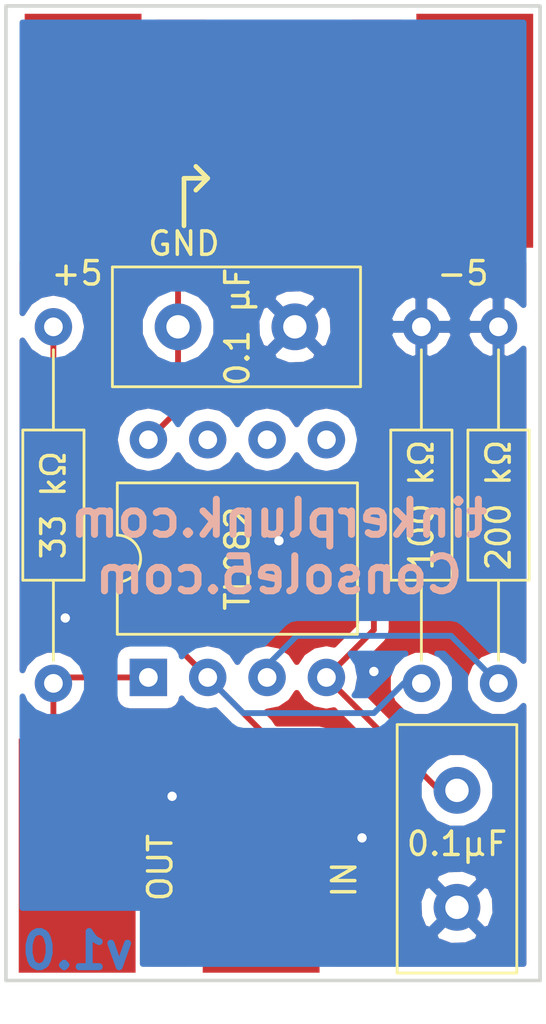
<source format=kicad_pcb>
(kicad_pcb (version 4) (host pcbnew 4.0.7)

  (general
    (links 14)
    (no_connects 0)
    (area 143.51 86.614 166.878001 130.615)
    (thickness 1.6)
    (drawings 10)
    (tracks 31)
    (zones 0)
    (modules 11)
    (nets 7)
  )

  (page A4)
  (layers
    (0 F.Cu signal)
    (31 B.Cu signal)
    (32 B.Adhes user)
    (33 F.Adhes user)
    (34 B.Paste user)
    (35 F.Paste user)
    (36 B.SilkS user)
    (37 F.SilkS user)
    (38 B.Mask user)
    (39 F.Mask user)
    (40 Dwgs.User user)
    (41 Cmts.User user)
    (42 Eco1.User user)
    (43 Eco2.User user)
    (44 Edge.Cuts user)
    (45 Margin user)
    (46 B.CrtYd user)
    (47 F.CrtYd user)
    (48 B.Fab user)
    (49 F.Fab user)
  )

  (setup
    (last_trace_width 0.25)
    (trace_clearance 0.2)
    (zone_clearance 0.508)
    (zone_45_only no)
    (trace_min 0.2)
    (segment_width 0.2)
    (edge_width 0.15)
    (via_size 0.6)
    (via_drill 0.4)
    (via_min_size 0.4)
    (via_min_drill 0.3)
    (uvia_size 0.3)
    (uvia_drill 0.1)
    (uvias_allowed no)
    (uvia_min_size 0.2)
    (uvia_min_drill 0.1)
    (pcb_text_width 0.3)
    (pcb_text_size 1.5 1.5)
    (mod_edge_width 0.15)
    (mod_text_size 1 1)
    (mod_text_width 0.15)
    (pad_size 1.524 1.524)
    (pad_drill 0.762)
    (pad_to_mask_clearance 0.2)
    (aux_axis_origin 0 0)
    (visible_elements 7FFFFFFF)
    (pcbplotparams
      (layerselection 0x010f0_80000001)
      (usegerberextensions true)
      (excludeedgelayer true)
      (linewidth 0.100000)
      (plotframeref false)
      (viasonmask false)
      (mode 1)
      (useauxorigin false)
      (hpglpennumber 1)
      (hpglpenspeed 20)
      (hpglpendiameter 15)
      (hpglpenoverlay 2)
      (psnegative false)
      (psa4output false)
      (plotreference true)
      (plotvalue true)
      (plotinvisibletext false)
      (padsonsilk false)
      (subtractmaskfromsilk false)
      (outputformat 1)
      (mirror false)
      (drillshape 0)
      (scaleselection 1)
      (outputdirectory gerbers/1.0/))
  )

  (net 0 "")
  (net 1 +5V)
  (net 2 GND)
  (net 3 -5V)
  (net 4 INPUT)
  (net 5 OUTPUT)
  (net 6 "Net-(R2-Pad1)")

  (net_class Default "This is the default net class."
    (clearance 0.2)
    (trace_width 0.25)
    (via_dia 0.6)
    (via_drill 0.4)
    (uvia_dia 0.3)
    (uvia_drill 0.1)
    (add_net +5V)
    (add_net -5V)
    (add_net GND)
    (add_net INPUT)
    (add_net "Net-(R2-Pad1)")
    (add_net OUTPUT)
  )

  (module Housings_DIP:DIP-8_W10.16mm (layer F.Cu) (tedit 5B143AA1) (tstamp 5B13113C)
    (at 149.86 115.57 90)
    (descr "8-lead though-hole mounted DIP package, row spacing 10.16 mm (400 mils)")
    (tags "THT DIP DIL PDIP 2.54mm 10.16mm 400mil")
    (path /5B11F56B)
    (fp_text reference TL082 (at 5.08 3.81 90) (layer F.SilkS)
      (effects (font (size 1 1) (thickness 0.15)))
    )
    (fp_text value TL082 (at 5.08 9.95 90) (layer F.Fab)
      (effects (font (size 1 1) (thickness 0.15)))
    )
    (fp_arc (start 5.08 -1.33) (end 4.08 -1.33) (angle -180) (layer F.SilkS) (width 0.12))
    (fp_line (start 2.905 -1.27) (end 8.255 -1.27) (layer F.Fab) (width 0.1))
    (fp_line (start 8.255 -1.27) (end 8.255 8.89) (layer F.Fab) (width 0.1))
    (fp_line (start 8.255 8.89) (end 1.905 8.89) (layer F.Fab) (width 0.1))
    (fp_line (start 1.905 8.89) (end 1.905 -0.27) (layer F.Fab) (width 0.1))
    (fp_line (start 1.905 -0.27) (end 2.905 -1.27) (layer F.Fab) (width 0.1))
    (fp_line (start 4.08 -1.33) (end 1.845 -1.33) (layer F.SilkS) (width 0.12))
    (fp_line (start 1.845 -1.33) (end 1.845 8.95) (layer F.SilkS) (width 0.12))
    (fp_line (start 1.845 8.95) (end 8.315 8.95) (layer F.SilkS) (width 0.12))
    (fp_line (start 8.315 8.95) (end 8.315 -1.33) (layer F.SilkS) (width 0.12))
    (fp_line (start 8.315 -1.33) (end 6.08 -1.33) (layer F.SilkS) (width 0.12))
    (fp_line (start -1.05 -1.55) (end -1.05 9.15) (layer F.CrtYd) (width 0.05))
    (fp_line (start -1.05 9.15) (end 11.25 9.15) (layer F.CrtYd) (width 0.05))
    (fp_line (start 11.25 9.15) (end 11.25 -1.55) (layer F.CrtYd) (width 0.05))
    (fp_line (start 11.25 -1.55) (end -1.05 -1.55) (layer F.CrtYd) (width 0.05))
    (fp_text user %R (at 5.08 3.81 90) (layer F.Fab)
      (effects (font (size 1 1) (thickness 0.15)))
    )
    (pad 1 thru_hole rect (at 0 0 90) (size 1.6 1.6) (drill 0.8) (layers *.Cu *.Mask)
      (net 5 OUTPUT))
    (pad 5 thru_hole oval (at 10.16 7.62 90) (size 1.6 1.6) (drill 0.8) (layers *.Cu *.Mask))
    (pad 2 thru_hole oval (at 0 2.54 90) (size 1.6 1.6) (drill 0.8) (layers *.Cu *.Mask)
      (net 4 INPUT))
    (pad 6 thru_hole oval (at 10.16 5.08 90) (size 1.6 1.6) (drill 0.8) (layers *.Cu *.Mask))
    (pad 3 thru_hole oval (at 0 5.08 90) (size 1.6 1.6) (drill 0.8) (layers *.Cu *.Mask)
      (net 6 "Net-(R2-Pad1)"))
    (pad 7 thru_hole oval (at 10.16 2.54 90) (size 1.6 1.6) (drill 0.8) (layers *.Cu *.Mask))
    (pad 4 thru_hole oval (at 0 7.62 90) (size 1.6 1.6) (drill 0.8) (layers *.Cu *.Mask)
      (net 3 -5V))
    (pad 8 thru_hole oval (at 10.16 0 90) (size 1.6 1.6) (drill 0.8) (layers *.Cu *.Mask)
      (net 1 +5V))
    (model ${KISYS3DMOD}/Housings_DIP.3dshapes/DIP-8_W10.16mm.wrl
      (at (xyz 0 0 0))
      (scale (xyz 1 1 1))
      (rotate (xyz 0 0 0))
    )
  )

  (module Capacitors_THT:C_Disc_D10.5mm_W5.0mm_P5.00mm (layer F.Cu) (tedit 5B143A79) (tstamp 5B1310FF)
    (at 151.13 100.584)
    (descr "C, Disc series, Radial, pin pitch=5.00mm, , diameter*width=10.5*5.0mm^2, Capacitor, http://www.vishay.com/docs/28535/vy2series.pdf")
    (tags "C Disc series Radial pin pitch 5.00mm  diameter 10.5mm width 5.0mm Capacitor")
    (path /5B11F64D)
    (fp_text reference "0.1 μF" (at 2.54 0 90) (layer F.SilkS)
      (effects (font (size 1 1) (thickness 0.15)))
    )
    (fp_text value 0.1uF (at 2.286 1.778) (layer F.Fab)
      (effects (font (size 1 1) (thickness 0.15)))
    )
    (fp_line (start -2.75 -2.5) (end -2.75 2.5) (layer F.Fab) (width 0.1))
    (fp_line (start -2.75 2.5) (end 7.75 2.5) (layer F.Fab) (width 0.1))
    (fp_line (start 7.75 2.5) (end 7.75 -2.5) (layer F.Fab) (width 0.1))
    (fp_line (start 7.75 -2.5) (end -2.75 -2.5) (layer F.Fab) (width 0.1))
    (fp_line (start -2.81 -2.56) (end 7.81 -2.56) (layer F.SilkS) (width 0.12))
    (fp_line (start -2.81 2.56) (end 7.81 2.56) (layer F.SilkS) (width 0.12))
    (fp_line (start -2.81 -2.56) (end -2.81 2.56) (layer F.SilkS) (width 0.12))
    (fp_line (start 7.81 -2.56) (end 7.81 2.56) (layer F.SilkS) (width 0.12))
    (fp_line (start -3.1 -2.85) (end -3.1 2.85) (layer F.CrtYd) (width 0.05))
    (fp_line (start -3.1 2.85) (end 8.1 2.85) (layer F.CrtYd) (width 0.05))
    (fp_line (start 8.1 2.85) (end 8.1 -2.85) (layer F.CrtYd) (width 0.05))
    (fp_line (start 8.1 -2.85) (end -3.1 -2.85) (layer F.CrtYd) (width 0.05))
    (fp_text user %R (at 2.5 0) (layer F.Fab)
      (effects (font (size 1 1) (thickness 0.15)))
    )
    (pad 1 thru_hole circle (at 0 0) (size 2 2) (drill 1) (layers *.Cu *.Mask)
      (net 1 +5V))
    (pad 2 thru_hole circle (at 5 0) (size 2 2) (drill 1) (layers *.Cu *.Mask)
      (net 2 GND))
    (model ${KISYS3DMOD}/Capacitors_THT.3dshapes/C_Disc_D10.5mm_W5.0mm_P5.00mm.wrl
      (at (xyz 0 0 0))
      (scale (xyz 1 1 1))
      (rotate (xyz 0 0 0))
    )
  )

  (module Capacitors_THT:C_Disc_D10.5mm_W5.0mm_P5.00mm (layer F.Cu) (tedit 5B1439BC) (tstamp 5B131105)
    (at 163.068 120.396 270)
    (descr "C, Disc series, Radial, pin pitch=5.00mm, , diameter*width=10.5*5.0mm^2, Capacitor, http://www.vishay.com/docs/28535/vy2series.pdf")
    (tags "C Disc series Radial pin pitch 5.00mm  diameter 10.5mm width 5.0mm Capacitor")
    (path /5B11F769)
    (fp_text reference 0.1μF (at 2.286 0 360) (layer F.SilkS)
      (effects (font (size 1 1) (thickness 0.15)))
    )
    (fp_text value 0.1uF (at 2.54 1.778 270) (layer F.Fab)
      (effects (font (size 1 1) (thickness 0.15)))
    )
    (fp_line (start -2.75 -2.5) (end -2.75 2.5) (layer F.Fab) (width 0.1))
    (fp_line (start -2.75 2.5) (end 7.75 2.5) (layer F.Fab) (width 0.1))
    (fp_line (start 7.75 2.5) (end 7.75 -2.5) (layer F.Fab) (width 0.1))
    (fp_line (start 7.75 -2.5) (end -2.75 -2.5) (layer F.Fab) (width 0.1))
    (fp_line (start -2.81 -2.56) (end 7.81 -2.56) (layer F.SilkS) (width 0.12))
    (fp_line (start -2.81 2.56) (end 7.81 2.56) (layer F.SilkS) (width 0.12))
    (fp_line (start -2.81 -2.56) (end -2.81 2.56) (layer F.SilkS) (width 0.12))
    (fp_line (start 7.81 -2.56) (end 7.81 2.56) (layer F.SilkS) (width 0.12))
    (fp_line (start -3.1 -2.85) (end -3.1 2.85) (layer F.CrtYd) (width 0.05))
    (fp_line (start -3.1 2.85) (end 8.1 2.85) (layer F.CrtYd) (width 0.05))
    (fp_line (start 8.1 2.85) (end 8.1 -2.85) (layer F.CrtYd) (width 0.05))
    (fp_line (start 8.1 -2.85) (end -3.1 -2.85) (layer F.CrtYd) (width 0.05))
    (fp_text user %R (at 2.5 0 270) (layer F.Fab)
      (effects (font (size 1 1) (thickness 0.15)))
    )
    (pad 1 thru_hole circle (at 0 0 270) (size 2 2) (drill 1) (layers *.Cu *.Mask)
      (net 3 -5V))
    (pad 2 thru_hole circle (at 5 0 270) (size 2 2) (drill 1) (layers *.Cu *.Mask)
      (net 2 GND))
    (model ${KISYS3DMOD}/Capacitors_THT.3dshapes/C_Disc_D10.5mm_W5.0mm_P5.00mm.wrl
      (at (xyz 0 0 0))
      (scale (xyz 1 1 1))
      (rotate (xyz 0 0 0))
    )
  )

  (module Wire_Pads:SolderWirePad_single_SMD_5x10mm (layer F.Cu) (tedit 5B1430AE) (tstamp 5B13110A)
    (at 154.686 123.19)
    (descr "Wire Pad, Square, SMD Pad,  5mm x 10mm,")
    (tags "MesurementPoint Square SMDPad 5mmx10mm ")
    (path /5B120902)
    (attr smd)
    (fp_text reference IN (at 3.556 1.016 90) (layer F.SilkS)
      (effects (font (size 1 1) (thickness 0.15)))
    )
    (fp_text value IN (at 0 6.35) (layer F.Fab)
      (effects (font (size 1 1) (thickness 0.15)))
    )
    (fp_line (start 2.75 -5.25) (end -2.75 -5.25) (layer F.CrtYd) (width 0.05))
    (fp_line (start 2.75 5.25) (end 2.75 -5.25) (layer F.CrtYd) (width 0.05))
    (fp_line (start -2.75 5.25) (end 2.75 5.25) (layer F.CrtYd) (width 0.05))
    (fp_line (start -2.75 -5.25) (end -2.75 5.25) (layer F.CrtYd) (width 0.05))
    (pad 1 smd rect (at 0 0) (size 5 10) (layers F.Cu F.Paste F.Mask)
      (net 4 INPUT))
  )

  (module Wire_Pads:SolderWirePad_single_SMD_5x10mm (layer F.Cu) (tedit 5B14309E) (tstamp 5B13110F)
    (at 146.812 123.19)
    (descr "Wire Pad, Square, SMD Pad,  5mm x 10mm,")
    (tags "MesurementPoint Square SMDPad 5mmx10mm ")
    (path /5B120925)
    (attr smd)
    (fp_text reference OUT (at 3.556 0.508 90) (layer F.SilkS)
      (effects (font (size 1 1) (thickness 0.15)))
    )
    (fp_text value OUT (at 0 6.35) (layer F.Fab)
      (effects (font (size 1 1) (thickness 0.15)))
    )
    (fp_line (start 2.75 -5.25) (end -2.75 -5.25) (layer F.CrtYd) (width 0.05))
    (fp_line (start 2.75 5.25) (end 2.75 -5.25) (layer F.CrtYd) (width 0.05))
    (fp_line (start -2.75 5.25) (end 2.75 5.25) (layer F.CrtYd) (width 0.05))
    (fp_line (start -2.75 -5.25) (end -2.75 5.25) (layer F.CrtYd) (width 0.05))
    (pad 1 smd rect (at 0 0) (size 5 10) (layers F.Cu F.Paste F.Mask)
      (net 5 OUTPUT))
  )

  (module Wire_Pads:SolderWirePad_single_SMD_5x10mm (layer F.Cu) (tedit 5B14307C) (tstamp 5B131114)
    (at 147.066 92.202)
    (descr "Wire Pad, Square, SMD Pad,  5mm x 10mm,")
    (tags "MesurementPoint Square SMDPad 5mmx10mm ")
    (path /5B121018)
    (attr smd)
    (fp_text reference +5 (at -0.254 6.096) (layer F.SilkS)
      (effects (font (size 1 1) (thickness 0.15)))
    )
    (fp_text value +5V (at 0 6.35) (layer F.Fab)
      (effects (font (size 1 1) (thickness 0.15)))
    )
    (fp_line (start 2.75 -5.25) (end -2.75 -5.25) (layer F.CrtYd) (width 0.05))
    (fp_line (start 2.75 5.25) (end 2.75 -5.25) (layer F.CrtYd) (width 0.05))
    (fp_line (start -2.75 5.25) (end 2.75 5.25) (layer F.CrtYd) (width 0.05))
    (fp_line (start -2.75 -5.25) (end -2.75 5.25) (layer F.CrtYd) (width 0.05))
    (pad 1 smd rect (at 0 0) (size 5 10) (layers F.Cu F.Paste F.Mask)
      (net 1 +5V))
  )

  (module Wire_Pads:SolderWirePad_single_SMD_5x10mm (layer F.Cu) (tedit 5B14308A) (tstamp 5B131119)
    (at 163.83 92.202)
    (descr "Wire Pad, Square, SMD Pad,  5mm x 10mm,")
    (tags "MesurementPoint Square SMDPad 5mmx10mm ")
    (path /5B121043)
    (attr smd)
    (fp_text reference -5 (at -0.508 6.096) (layer F.SilkS)
      (effects (font (size 1 1) (thickness 0.15)))
    )
    (fp_text value -5V (at 0 6.35) (layer F.Fab)
      (effects (font (size 1 1) (thickness 0.15)))
    )
    (fp_line (start 2.75 -5.25) (end -2.75 -5.25) (layer F.CrtYd) (width 0.05))
    (fp_line (start 2.75 5.25) (end 2.75 -5.25) (layer F.CrtYd) (width 0.05))
    (fp_line (start -2.75 5.25) (end 2.75 5.25) (layer F.CrtYd) (width 0.05))
    (fp_line (start -2.75 -5.25) (end -2.75 5.25) (layer F.CrtYd) (width 0.05))
    (pad 1 smd rect (at 0 0) (size 5 10) (layers F.Cu F.Paste F.Mask)
      (net 3 -5V))
  )

  (module Wire_Pads:SolderWirePad_single_SMD_5x10mm (layer F.Cu) (tedit 5B143082) (tstamp 5B13111E)
    (at 155.448 92.456)
    (descr "Wire Pad, Square, SMD Pad,  5mm x 10mm,")
    (tags "MesurementPoint Square SMDPad 5mmx10mm ")
    (path /5B1210A9)
    (attr smd)
    (fp_text reference GND (at -4.064 4.572) (layer F.SilkS)
      (effects (font (size 1 1) (thickness 0.15)))
    )
    (fp_text value GND (at 0 6.35) (layer F.Fab)
      (effects (font (size 1 1) (thickness 0.15)))
    )
    (fp_line (start 2.75 -5.25) (end -2.75 -5.25) (layer F.CrtYd) (width 0.05))
    (fp_line (start 2.75 5.25) (end 2.75 -5.25) (layer F.CrtYd) (width 0.05))
    (fp_line (start -2.75 5.25) (end 2.75 5.25) (layer F.CrtYd) (width 0.05))
    (fp_line (start -2.75 -5.25) (end -2.75 5.25) (layer F.CrtYd) (width 0.05))
    (pad 1 smd rect (at 0 0) (size 5 10) (layers F.Cu F.Paste F.Mask)
      (net 2 GND))
  )

  (module Resistors_THT:R_Axial_DIN0207_L6.3mm_D2.5mm_P15.24mm_Horizontal (layer F.Cu) (tedit 5B143A86) (tstamp 5B131124)
    (at 161.544 115.824 90)
    (descr "Resistor, Axial_DIN0207 series, Axial, Horizontal, pin pitch=15.24mm, 0.25W = 1/4W, length*diameter=6.3*2.5mm^2, http://cdn-reichelt.de/documents/datenblatt/B400/1_4W%23YAG.pdf")
    (tags "Resistor Axial_DIN0207 series Axial Horizontal pin pitch 15.24mm 0.25W = 1/4W length 6.3mm diameter 2.5mm")
    (path /5B11FA14)
    (fp_text reference "100 kΩ" (at 7.62 0 90) (layer F.SilkS)
      (effects (font (size 1 1) (thickness 0.15)))
    )
    (fp_text value 100K (at 7.62 0 90) (layer F.Fab)
      (effects (font (size 1 1) (thickness 0.15)))
    )
    (fp_line (start 4.47 -1.25) (end 4.47 1.25) (layer F.Fab) (width 0.1))
    (fp_line (start 4.47 1.25) (end 10.77 1.25) (layer F.Fab) (width 0.1))
    (fp_line (start 10.77 1.25) (end 10.77 -1.25) (layer F.Fab) (width 0.1))
    (fp_line (start 10.77 -1.25) (end 4.47 -1.25) (layer F.Fab) (width 0.1))
    (fp_line (start 0 0) (end 4.47 0) (layer F.Fab) (width 0.1))
    (fp_line (start 15.24 0) (end 10.77 0) (layer F.Fab) (width 0.1))
    (fp_line (start 4.41 -1.31) (end 4.41 1.31) (layer F.SilkS) (width 0.12))
    (fp_line (start 4.41 1.31) (end 10.83 1.31) (layer F.SilkS) (width 0.12))
    (fp_line (start 10.83 1.31) (end 10.83 -1.31) (layer F.SilkS) (width 0.12))
    (fp_line (start 10.83 -1.31) (end 4.41 -1.31) (layer F.SilkS) (width 0.12))
    (fp_line (start 0.98 0) (end 4.41 0) (layer F.SilkS) (width 0.12))
    (fp_line (start 14.26 0) (end 10.83 0) (layer F.SilkS) (width 0.12))
    (fp_line (start -1.05 -1.6) (end -1.05 1.6) (layer F.CrtYd) (width 0.05))
    (fp_line (start -1.05 1.6) (end 16.3 1.6) (layer F.CrtYd) (width 0.05))
    (fp_line (start 16.3 1.6) (end 16.3 -1.6) (layer F.CrtYd) (width 0.05))
    (fp_line (start 16.3 -1.6) (end -1.05 -1.6) (layer F.CrtYd) (width 0.05))
    (pad 1 thru_hole circle (at 0 0 90) (size 1.6 1.6) (drill 0.8) (layers *.Cu *.Mask)
      (net 4 INPUT))
    (pad 2 thru_hole oval (at 15.24 0 90) (size 1.6 1.6) (drill 0.8) (layers *.Cu *.Mask)
      (net 2 GND))
    (model ${KISYS3DMOD}/Resistors_THT.3dshapes/R_Axial_DIN0207_L6.3mm_D2.5mm_P15.24mm_Horizontal.wrl
      (at (xyz 0 0 0))
      (scale (xyz 0.393701 0.393701 0.393701))
      (rotate (xyz 0 0 0))
    )
  )

  (module Resistors_THT:R_Axial_DIN0207_L6.3mm_D2.5mm_P15.24mm_Horizontal (layer F.Cu) (tedit 5B143A8F) (tstamp 5B13112A)
    (at 164.846 115.824 90)
    (descr "Resistor, Axial_DIN0207 series, Axial, Horizontal, pin pitch=15.24mm, 0.25W = 1/4W, length*diameter=6.3*2.5mm^2, http://cdn-reichelt.de/documents/datenblatt/B400/1_4W%23YAG.pdf")
    (tags "Resistor Axial_DIN0207 series Axial Horizontal pin pitch 15.24mm 0.25W = 1/4W length 6.3mm diameter 2.5mm")
    (path /5B11FA3D)
    (fp_text reference "200 kΩ" (at 7.62 0 90) (layer F.SilkS)
      (effects (font (size 1 1) (thickness 0.15)))
    )
    (fp_text value 200K (at 7.62 0 90) (layer F.Fab)
      (effects (font (size 1 1) (thickness 0.15)))
    )
    (fp_line (start 4.47 -1.25) (end 4.47 1.25) (layer F.Fab) (width 0.1))
    (fp_line (start 4.47 1.25) (end 10.77 1.25) (layer F.Fab) (width 0.1))
    (fp_line (start 10.77 1.25) (end 10.77 -1.25) (layer F.Fab) (width 0.1))
    (fp_line (start 10.77 -1.25) (end 4.47 -1.25) (layer F.Fab) (width 0.1))
    (fp_line (start 0 0) (end 4.47 0) (layer F.Fab) (width 0.1))
    (fp_line (start 15.24 0) (end 10.77 0) (layer F.Fab) (width 0.1))
    (fp_line (start 4.41 -1.31) (end 4.41 1.31) (layer F.SilkS) (width 0.12))
    (fp_line (start 4.41 1.31) (end 10.83 1.31) (layer F.SilkS) (width 0.12))
    (fp_line (start 10.83 1.31) (end 10.83 -1.31) (layer F.SilkS) (width 0.12))
    (fp_line (start 10.83 -1.31) (end 4.41 -1.31) (layer F.SilkS) (width 0.12))
    (fp_line (start 0.98 0) (end 4.41 0) (layer F.SilkS) (width 0.12))
    (fp_line (start 14.26 0) (end 10.83 0) (layer F.SilkS) (width 0.12))
    (fp_line (start -1.05 -1.6) (end -1.05 1.6) (layer F.CrtYd) (width 0.05))
    (fp_line (start -1.05 1.6) (end 16.3 1.6) (layer F.CrtYd) (width 0.05))
    (fp_line (start 16.3 1.6) (end 16.3 -1.6) (layer F.CrtYd) (width 0.05))
    (fp_line (start 16.3 -1.6) (end -1.05 -1.6) (layer F.CrtYd) (width 0.05))
    (pad 1 thru_hole circle (at 0 0 90) (size 1.6 1.6) (drill 0.8) (layers *.Cu *.Mask)
      (net 6 "Net-(R2-Pad1)"))
    (pad 2 thru_hole oval (at 15.24 0 90) (size 1.6 1.6) (drill 0.8) (layers *.Cu *.Mask)
      (net 2 GND))
    (model ${KISYS3DMOD}/Resistors_THT.3dshapes/R_Axial_DIN0207_L6.3mm_D2.5mm_P15.24mm_Horizontal.wrl
      (at (xyz 0 0 0))
      (scale (xyz 0.393701 0.393701 0.393701))
      (rotate (xyz 0 0 0))
    )
  )

  (module Resistors_THT:R_Axial_DIN0207_L6.3mm_D2.5mm_P15.24mm_Horizontal (layer F.Cu) (tedit 5B143A60) (tstamp 5B131130)
    (at 145.796 115.824 90)
    (descr "Resistor, Axial_DIN0207 series, Axial, Horizontal, pin pitch=15.24mm, 0.25W = 1/4W, length*diameter=6.3*2.5mm^2, http://cdn-reichelt.de/documents/datenblatt/B400/1_4W%23YAG.pdf")
    (tags "Resistor Axial_DIN0207 series Axial Horizontal pin pitch 15.24mm 0.25W = 1/4W length 6.3mm diameter 2.5mm")
    (path /5B11F9E7)
    (fp_text reference "33 kΩ" (at 7.62 0 90) (layer F.SilkS)
      (effects (font (size 1 1) (thickness 0.15)))
    )
    (fp_text value 33K (at 7.62 0 90) (layer F.Fab)
      (effects (font (size 1 1) (thickness 0.15)))
    )
    (fp_line (start 4.47 -1.25) (end 4.47 1.25) (layer F.Fab) (width 0.1))
    (fp_line (start 4.47 1.25) (end 10.77 1.25) (layer F.Fab) (width 0.1))
    (fp_line (start 10.77 1.25) (end 10.77 -1.25) (layer F.Fab) (width 0.1))
    (fp_line (start 10.77 -1.25) (end 4.47 -1.25) (layer F.Fab) (width 0.1))
    (fp_line (start 0 0) (end 4.47 0) (layer F.Fab) (width 0.1))
    (fp_line (start 15.24 0) (end 10.77 0) (layer F.Fab) (width 0.1))
    (fp_line (start 4.41 -1.31) (end 4.41 1.31) (layer F.SilkS) (width 0.12))
    (fp_line (start 4.41 1.31) (end 10.83 1.31) (layer F.SilkS) (width 0.12))
    (fp_line (start 10.83 1.31) (end 10.83 -1.31) (layer F.SilkS) (width 0.12))
    (fp_line (start 10.83 -1.31) (end 4.41 -1.31) (layer F.SilkS) (width 0.12))
    (fp_line (start 0.98 0) (end 4.41 0) (layer F.SilkS) (width 0.12))
    (fp_line (start 14.26 0) (end 10.83 0) (layer F.SilkS) (width 0.12))
    (fp_line (start -1.05 -1.6) (end -1.05 1.6) (layer F.CrtYd) (width 0.05))
    (fp_line (start -1.05 1.6) (end 16.3 1.6) (layer F.CrtYd) (width 0.05))
    (fp_line (start 16.3 1.6) (end 16.3 -1.6) (layer F.CrtYd) (width 0.05))
    (fp_line (start 16.3 -1.6) (end -1.05 -1.6) (layer F.CrtYd) (width 0.05))
    (pad 1 thru_hole circle (at 0 0 90) (size 1.6 1.6) (drill 0.8) (layers *.Cu *.Mask)
      (net 5 OUTPUT))
    (pad 2 thru_hole oval (at 15.24 0 90) (size 1.6 1.6) (drill 0.8) (layers *.Cu *.Mask)
      (net 4 INPUT))
    (model ${KISYS3DMOD}/Resistors_THT.3dshapes/R_Axial_DIN0207_L6.3mm_D2.5mm_P15.24mm_Horizontal.wrl
      (at (xyz 0 0 0))
      (scale (xyz 0.393701 0.393701 0.393701))
      (rotate (xyz 0 0 0))
    )
  )

  (gr_text v1.0 (at 144.272 127.254) (layer B.Cu)
    (effects (font (size 1.5 1.5) (thickness 0.3)) (justify right mirror))
  )
  (gr_text "tinkerplunk.com\nConsole5.com" (at 155.448 109.982) (layer B.SilkS)
    (effects (font (size 1.5 1.5) (thickness 0.3)) (justify mirror))
  )
  (gr_line (start 152.4 94.234) (end 151.892 94.742) (angle 90) (layer F.SilkS) (width 0.2))
  (gr_line (start 152.4 94.234) (end 151.892 93.726) (angle 90) (layer F.SilkS) (width 0.2))
  (gr_line (start 151.384 94.234) (end 152.4 94.234) (angle 90) (layer F.SilkS) (width 0.2))
  (gr_line (start 151.384 96.266) (end 151.384 94.234) (angle 90) (layer F.SilkS) (width 0.2))
  (gr_line (start 143.764 86.868) (end 166.624 86.868) (angle 90) (layer Edge.Cuts) (width 0.15))
  (gr_line (start 143.764 128.524) (end 143.764 86.868) (angle 90) (layer Edge.Cuts) (width 0.15))
  (gr_line (start 166.624 128.524) (end 143.764 128.524) (angle 90) (layer Edge.Cuts) (width 0.15))
  (gr_line (start 166.624 86.868) (end 166.624 128.524) (angle 90) (layer Edge.Cuts) (width 0.15))

  (segment (start 151.13 100.584) (end 151.13 96.266) (width 0.25) (layer F.Cu) (net 1))
  (segment (start 151.13 96.266) (end 147.066 92.202) (width 0.25) (layer F.Cu) (net 1) (tstamp 5B142E61))
  (segment (start 151.13 100.584) (end 151.13 104.14) (width 0.25) (layer F.Cu) (net 1))
  (segment (start 151.13 104.14) (end 149.86 105.41) (width 0.25) (layer F.Cu) (net 1) (tstamp 5B142E5C))
  (via (at 159.004 122.428) (size 0.6) (drill 0.4) (layers F.Cu B.Cu) (net 2))
  (via (at 159.512 115.316) (size 0.6) (drill 0.4) (layers F.Cu B.Cu) (net 2))
  (via (at 146.304 113.03) (size 0.6) (drill 0.4) (layers F.Cu B.Cu) (net 2))
  (via (at 150.876 120.65) (size 0.6) (drill 0.4) (layers F.Cu B.Cu) (net 2))
  (via (at 155.448 109.728) (size 0.6) (drill 0.4) (layers F.Cu B.Cu) (net 2))
  (segment (start 163.83 92.202) (end 163.83 95.504) (width 0.25) (layer F.Cu) (net 3))
  (segment (start 163.83 95.504) (end 159.512 99.822) (width 0.25) (layer F.Cu) (net 3) (tstamp 5B142E2A))
  (segment (start 159.512 99.822) (end 159.512 113.538) (width 0.25) (layer F.Cu) (net 3) (tstamp 5B142E34))
  (segment (start 159.512 113.538) (end 157.48 115.57) (width 0.25) (layer F.Cu) (net 3) (tstamp 5B142E3B))
  (segment (start 163.068 120.396) (end 162.306 120.396) (width 0.25) (layer F.Cu) (net 3))
  (segment (start 162.306 120.396) (end 157.48 115.57) (width 0.25) (layer F.Cu) (net 3) (tstamp 5B142E10))
  (segment (start 161.544 115.824) (end 160.782 115.824) (width 0.25) (layer B.Cu) (net 4))
  (segment (start 160.782 115.824) (end 159.512 117.094) (width 0.25) (layer B.Cu) (net 4) (tstamp 5B142E9E))
  (segment (start 159.512 117.094) (end 153.924 117.094) (width 0.25) (layer B.Cu) (net 4) (tstamp 5B142EA2))
  (segment (start 153.924 117.094) (end 152.4 115.57) (width 0.25) (layer B.Cu) (net 4) (tstamp 5B142EA6))
  (segment (start 145.796 100.584) (end 145.796 108.966) (width 0.25) (layer F.Cu) (net 4))
  (segment (start 145.796 108.966) (end 152.4 115.57) (width 0.25) (layer F.Cu) (net 4) (tstamp 5B142E65))
  (segment (start 154.686 123.19) (end 154.686 117.856) (width 0.25) (layer F.Cu) (net 4))
  (segment (start 154.686 117.856) (end 152.4 115.57) (width 0.25) (layer F.Cu) (net 4) (tstamp 5B142E0B))
  (segment (start 149.86 115.57) (end 146.05 115.57) (width 0.25) (layer F.Cu) (net 5))
  (segment (start 146.05 115.57) (end 145.796 115.824) (width 0.25) (layer F.Cu) (net 5) (tstamp 5B142E06))
  (segment (start 145.796 115.824) (end 145.796 122.174) (width 0.25) (layer F.Cu) (net 5))
  (segment (start 145.796 122.174) (end 146.812 123.19) (width 0.25) (layer F.Cu) (net 5) (tstamp 5B142E02))
  (segment (start 164.846 115.824) (end 162.814 113.792) (width 0.25) (layer B.Cu) (net 6))
  (segment (start 156.21 113.792) (end 154.94 115.062) (width 0.25) (layer B.Cu) (net 6) (tstamp 5B142E98))
  (segment (start 162.814 113.792) (end 156.21 113.792) (width 0.25) (layer B.Cu) (net 6) (tstamp 5B142E93))
  (segment (start 154.94 115.062) (end 154.94 115.57) (width 0.25) (layer B.Cu) (net 6) (tstamp 5B142E9A))

  (zone (net 2) (net_name GND) (layer F.Cu) (tstamp 5B142EE0) (hatch edge 0.508)
    (connect_pads (clearance 0.508))
    (min_thickness 0.254)
    (fill yes (arc_segments 16) (thermal_gap 0.508) (thermal_bridge_width 0.508))
    (polygon
      (pts
        (xy 166.878 128.778) (xy 143.51 128.778) (xy 143.51 86.614) (xy 166.878 86.614)
      )
    )
    (filled_polygon
      (pts
        (xy 148.41256 116.37) (xy 148.456838 116.605317) (xy 148.59591 116.821441) (xy 148.80811 116.966431) (xy 149.06 117.01744)
        (xy 150.66 117.01744) (xy 150.895317 116.973162) (xy 151.111441 116.83409) (xy 151.256431 116.62189) (xy 151.287815 116.466911)
        (xy 151.385302 116.612811) (xy 151.850849 116.92388) (xy 152.4 117.033113) (xy 152.723886 116.968688) (xy 153.297758 117.54256)
        (xy 152.186 117.54256) (xy 151.950683 117.586838) (xy 151.734559 117.72591) (xy 151.589569 117.93811) (xy 151.53856 118.19)
        (xy 151.53856 127.814) (xy 149.95944 127.814) (xy 149.95944 118.19) (xy 149.915162 117.954683) (xy 149.77609 117.738559)
        (xy 149.56389 117.593569) (xy 149.312 117.54256) (xy 146.556 117.54256) (xy 146.556 117.062646) (xy 146.6078 117.041243)
        (xy 147.011824 116.637923) (xy 147.139685 116.33) (xy 148.41256 116.33)
      )
    )
    (filled_polygon
      (pts
        (xy 165.914 99.65242) (xy 165.583423 99.352959) (xy 165.195039 99.192096) (xy 164.973 99.314085) (xy 164.973 100.457)
        (xy 164.993 100.457) (xy 164.993 100.711) (xy 164.973 100.711) (xy 164.973 101.853915) (xy 165.195039 101.975904)
        (xy 165.583423 101.815041) (xy 165.914 101.51558) (xy 165.914 114.862696) (xy 165.659923 114.608176) (xy 165.132691 114.38925)
        (xy 164.561813 114.388752) (xy 164.0342 114.606757) (xy 163.630176 115.010077) (xy 163.41125 115.537309) (xy 163.410752 116.108187)
        (xy 163.628757 116.6358) (xy 164.032077 117.039824) (xy 164.559309 117.25875) (xy 165.130187 117.259248) (xy 165.6578 117.041243)
        (xy 165.914 116.785489) (xy 165.914 127.814) (xy 157.83344 127.814) (xy 157.83344 126.548532) (xy 162.095073 126.548532)
        (xy 162.193736 126.815387) (xy 162.803461 127.041908) (xy 163.45346 127.017856) (xy 163.942264 126.815387) (xy 164.040927 126.548532)
        (xy 163.068 125.575605) (xy 162.095073 126.548532) (xy 157.83344 126.548532) (xy 157.83344 125.131461) (xy 161.422092 125.131461)
        (xy 161.446144 125.78146) (xy 161.648613 126.270264) (xy 161.915468 126.368927) (xy 162.888395 125.396) (xy 163.247605 125.396)
        (xy 164.220532 126.368927) (xy 164.487387 126.270264) (xy 164.713908 125.660539) (xy 164.689856 125.01054) (xy 164.487387 124.521736)
        (xy 164.220532 124.423073) (xy 163.247605 125.396) (xy 162.888395 125.396) (xy 161.915468 124.423073) (xy 161.648613 124.521736)
        (xy 161.422092 125.131461) (xy 157.83344 125.131461) (xy 157.83344 124.243468) (xy 162.095073 124.243468) (xy 163.068 125.216395)
        (xy 164.040927 124.243468) (xy 163.942264 123.976613) (xy 163.332539 123.750092) (xy 162.68254 123.774144) (xy 162.193736 123.976613)
        (xy 162.095073 124.243468) (xy 157.83344 124.243468) (xy 157.83344 118.19) (xy 157.789162 117.954683) (xy 157.65009 117.738559)
        (xy 157.43789 117.593569) (xy 157.186 117.54256) (xy 155.373047 117.54256) (xy 155.223401 117.318599) (xy 154.937397 117.032595)
        (xy 154.94 117.033113) (xy 155.489151 116.92388) (xy 155.954698 116.612811) (xy 156.21 116.230725) (xy 156.465302 116.612811)
        (xy 156.930849 116.92388) (xy 157.48 117.033113) (xy 157.803886 116.968688) (xy 161.432823 120.597625) (xy 161.432716 120.719795)
        (xy 161.681106 121.320943) (xy 162.140637 121.781278) (xy 162.741352 122.030716) (xy 163.391795 122.031284) (xy 163.992943 121.782894)
        (xy 164.453278 121.323363) (xy 164.702716 120.722648) (xy 164.703284 120.072205) (xy 164.454894 119.471057) (xy 163.995363 119.010722)
        (xy 163.394648 118.761284) (xy 162.744205 118.760716) (xy 162.143057 119.009106) (xy 162.068417 119.083615) (xy 159.092989 116.108187)
        (xy 160.108752 116.108187) (xy 160.326757 116.6358) (xy 160.730077 117.039824) (xy 161.257309 117.25875) (xy 161.828187 117.259248)
        (xy 162.3558 117.041243) (xy 162.759824 116.637923) (xy 162.97875 116.110691) (xy 162.979248 115.539813) (xy 162.761243 115.0122)
        (xy 162.357923 114.608176) (xy 161.830691 114.38925) (xy 161.259813 114.388752) (xy 160.7322 114.606757) (xy 160.328176 115.010077)
        (xy 160.10925 115.537309) (xy 160.108752 116.108187) (xy 159.092989 116.108187) (xy 158.859904 115.875102) (xy 158.915 115.598113)
        (xy 158.915 115.541887) (xy 158.859904 115.264898) (xy 160.049401 114.075401) (xy 160.214148 113.828839) (xy 160.272 113.538)
        (xy 160.272 101.186408) (xy 160.391611 101.439134) (xy 160.806577 101.815041) (xy 161.194961 101.975904) (xy 161.417 101.853915)
        (xy 161.417 100.711) (xy 161.671 100.711) (xy 161.671 101.853915) (xy 161.893039 101.975904) (xy 162.281423 101.815041)
        (xy 162.696389 101.439134) (xy 162.935914 100.933041) (xy 163.454086 100.933041) (xy 163.693611 101.439134) (xy 164.108577 101.815041)
        (xy 164.496961 101.975904) (xy 164.719 101.853915) (xy 164.719 100.711) (xy 163.575371 100.711) (xy 163.454086 100.933041)
        (xy 162.935914 100.933041) (xy 162.814629 100.711) (xy 161.671 100.711) (xy 161.417 100.711) (xy 161.397 100.711)
        (xy 161.397 100.457) (xy 161.417 100.457) (xy 161.417 99.314085) (xy 161.671 99.314085) (xy 161.671 100.457)
        (xy 162.814629 100.457) (xy 162.935914 100.234959) (xy 163.454086 100.234959) (xy 163.575371 100.457) (xy 164.719 100.457)
        (xy 164.719 99.314085) (xy 164.496961 99.192096) (xy 164.108577 99.352959) (xy 163.693611 99.728866) (xy 163.454086 100.234959)
        (xy 162.935914 100.234959) (xy 162.696389 99.728866) (xy 162.281423 99.352959) (xy 161.893039 99.192096) (xy 161.671 99.314085)
        (xy 161.417 99.314085) (xy 161.208995 99.199807) (xy 162.559362 97.84944) (xy 165.914 97.84944)
      )
    )
    (filled_polygon
      (pts
        (xy 144.781302 101.626811) (xy 145.036 101.796995) (xy 145.036 108.966) (xy 145.093852 109.256839) (xy 145.258599 109.503401)
        (xy 149.877758 114.12256) (xy 149.06 114.12256) (xy 148.824683 114.166838) (xy 148.608559 114.30591) (xy 148.463569 114.51811)
        (xy 148.41256 114.77) (xy 148.41256 114.81) (xy 146.811395 114.81) (xy 146.609923 114.608176) (xy 146.082691 114.38925)
        (xy 145.511813 114.388752) (xy 144.9842 114.606757) (xy 144.580176 115.010077) (xy 144.474 115.265777) (xy 144.474 101.166902)
      )
    )
    (filled_polygon
      (pts
        (xy 150.37 96.580802) (xy 150.37 99.128953) (xy 150.205057 99.197106) (xy 149.744722 99.656637) (xy 149.495284 100.257352)
        (xy 149.494716 100.907795) (xy 149.743106 101.508943) (xy 150.202637 101.969278) (xy 150.37 102.038773) (xy 150.37 103.825198)
        (xy 150.183886 104.011312) (xy 149.86 103.946887) (xy 149.310849 104.05612) (xy 148.845302 104.367189) (xy 148.534233 104.832736)
        (xy 148.425 105.381887) (xy 148.425 105.438113) (xy 148.534233 105.987264) (xy 148.845302 106.452811) (xy 149.310849 106.76388)
        (xy 149.86 106.873113) (xy 150.409151 106.76388) (xy 150.874698 106.452811) (xy 151.13 106.070725) (xy 151.385302 106.452811)
        (xy 151.850849 106.76388) (xy 152.4 106.873113) (xy 152.949151 106.76388) (xy 153.414698 106.452811) (xy 153.67 106.070725)
        (xy 153.925302 106.452811) (xy 154.390849 106.76388) (xy 154.94 106.873113) (xy 155.489151 106.76388) (xy 155.954698 106.452811)
        (xy 156.21 106.070725) (xy 156.465302 106.452811) (xy 156.930849 106.76388) (xy 157.48 106.873113) (xy 158.029151 106.76388)
        (xy 158.494698 106.452811) (xy 158.752 106.067732) (xy 158.752 113.223198) (xy 157.803886 114.171312) (xy 157.48 114.106887)
        (xy 156.930849 114.21612) (xy 156.465302 114.527189) (xy 156.21 114.909275) (xy 155.954698 114.527189) (xy 155.489151 114.21612)
        (xy 154.94 114.106887) (xy 154.390849 114.21612) (xy 153.925302 114.527189) (xy 153.67 114.909275) (xy 153.414698 114.527189)
        (xy 152.949151 114.21612) (xy 152.4 114.106887) (xy 152.076114 114.171312) (xy 146.556 108.651198) (xy 146.556 101.796995)
        (xy 146.810698 101.626811) (xy 147.121767 101.161264) (xy 147.231 100.612113) (xy 147.231 100.555887) (xy 147.121767 100.006736)
        (xy 146.810698 99.541189) (xy 146.345151 99.23012) (xy 145.796 99.120887) (xy 145.246849 99.23012) (xy 144.781302 99.541189)
        (xy 144.474 100.001098) (xy 144.474 97.83081) (xy 144.566 97.84944) (xy 149.566 97.84944) (xy 149.801317 97.805162)
        (xy 150.017441 97.66609) (xy 150.162431 97.45389) (xy 150.21344 97.202) (xy 150.21344 96.424242)
      )
    )
    (filled_polygon
      (pts
        (xy 152.313 92.17025) (xy 152.47175 92.329) (xy 155.321 92.329) (xy 155.321 92.309) (xy 155.575 92.309)
        (xy 155.575 92.329) (xy 158.42425 92.329) (xy 158.583 92.17025) (xy 158.583 87.578) (xy 160.68256 87.578)
        (xy 160.68256 97.202) (xy 160.726838 97.437317) (xy 160.764051 97.495147) (xy 158.974599 99.284599) (xy 158.809852 99.531161)
        (xy 158.752 99.822) (xy 158.752 104.752268) (xy 158.494698 104.367189) (xy 158.029151 104.05612) (xy 157.48 103.946887)
        (xy 156.930849 104.05612) (xy 156.465302 104.367189) (xy 156.21 104.749275) (xy 155.954698 104.367189) (xy 155.489151 104.05612)
        (xy 154.94 103.946887) (xy 154.390849 104.05612) (xy 153.925302 104.367189) (xy 153.67 104.749275) (xy 153.414698 104.367189)
        (xy 152.949151 104.05612) (xy 152.4 103.946887) (xy 151.89 104.048332) (xy 151.89 102.039047) (xy 152.054943 101.970894)
        (xy 152.289715 101.736532) (xy 155.157073 101.736532) (xy 155.255736 102.003387) (xy 155.865461 102.229908) (xy 156.51546 102.205856)
        (xy 157.004264 102.003387) (xy 157.102927 101.736532) (xy 156.13 100.763605) (xy 155.157073 101.736532) (xy 152.289715 101.736532)
        (xy 152.515278 101.511363) (xy 152.764716 100.910648) (xy 152.765232 100.319461) (xy 154.484092 100.319461) (xy 154.508144 100.96946)
        (xy 154.710613 101.458264) (xy 154.977468 101.556927) (xy 155.950395 100.584) (xy 156.309605 100.584) (xy 157.282532 101.556927)
        (xy 157.549387 101.458264) (xy 157.775908 100.848539) (xy 157.751856 100.19854) (xy 157.549387 99.709736) (xy 157.282532 99.611073)
        (xy 156.309605 100.584) (xy 155.950395 100.584) (xy 154.977468 99.611073) (xy 154.710613 99.709736) (xy 154.484092 100.319461)
        (xy 152.765232 100.319461) (xy 152.765284 100.260205) (xy 152.516894 99.659057) (xy 152.289703 99.431468) (xy 155.157073 99.431468)
        (xy 156.13 100.404395) (xy 157.102927 99.431468) (xy 157.004264 99.164613) (xy 156.394539 98.938092) (xy 155.74454 98.962144)
        (xy 155.255736 99.164613) (xy 155.157073 99.431468) (xy 152.289703 99.431468) (xy 152.057363 99.198722) (xy 151.89 99.129227)
        (xy 151.89 96.266) (xy 151.832148 95.975161) (xy 151.667401 95.728599) (xy 150.21344 94.274638) (xy 150.21344 92.74175)
        (xy 152.313 92.74175) (xy 152.313 97.58231) (xy 152.409673 97.815699) (xy 152.588302 97.994327) (xy 152.821691 98.091)
        (xy 155.16225 98.091) (xy 155.321 97.93225) (xy 155.321 92.583) (xy 155.575 92.583) (xy 155.575 97.93225)
        (xy 155.73375 98.091) (xy 158.074309 98.091) (xy 158.307698 97.994327) (xy 158.486327 97.815699) (xy 158.583 97.58231)
        (xy 158.583 92.74175) (xy 158.42425 92.583) (xy 155.575 92.583) (xy 155.321 92.583) (xy 152.47175 92.583)
        (xy 152.313 92.74175) (xy 150.21344 92.74175) (xy 150.21344 87.578) (xy 152.313 87.578)
      )
    )
  )
  (zone (net 2) (net_name GND) (layer B.Cu) (tstamp 5B142EE0) (hatch edge 0.508)
    (connect_pads (clearance 0.508))
    (min_thickness 0.254)
    (fill yes (arc_segments 16) (thermal_gap 0.508) (thermal_bridge_width 0.508))
    (polygon
      (pts
        (xy 166.878 128.778) (xy 143.51 128.778) (xy 143.51 86.614) (xy 166.878 86.614)
      )
    )
    (filled_polygon
      (pts
        (xy 165.914 99.65242) (xy 165.583423 99.352959) (xy 165.195039 99.192096) (xy 164.973 99.314085) (xy 164.973 100.457)
        (xy 164.993 100.457) (xy 164.993 100.711) (xy 164.973 100.711) (xy 164.973 101.853915) (xy 165.195039 101.975904)
        (xy 165.583423 101.815041) (xy 165.914 101.51558) (xy 165.914 114.862696) (xy 165.659923 114.608176) (xy 165.132691 114.38925)
        (xy 164.561813 114.388752) (xy 164.507851 114.411049) (xy 163.351401 113.254599) (xy 163.104839 113.089852) (xy 162.814 113.032)
        (xy 156.21 113.032) (xy 155.91916 113.089852) (xy 155.672599 113.254599) (xy 154.790592 114.136606) (xy 154.390849 114.21612)
        (xy 153.925302 114.527189) (xy 153.67 114.909275) (xy 153.414698 114.527189) (xy 152.949151 114.21612) (xy 152.4 114.106887)
        (xy 151.850849 114.21612) (xy 151.385302 114.527189) (xy 151.288899 114.671465) (xy 151.263162 114.534683) (xy 151.12409 114.318559)
        (xy 150.91189 114.173569) (xy 150.66 114.12256) (xy 149.06 114.12256) (xy 148.824683 114.166838) (xy 148.608559 114.30591)
        (xy 148.463569 114.51811) (xy 148.41256 114.77) (xy 148.41256 116.37) (xy 148.456838 116.605317) (xy 148.59591 116.821441)
        (xy 148.80811 116.966431) (xy 149.06 117.01744) (xy 150.66 117.01744) (xy 150.895317 116.973162) (xy 151.111441 116.83409)
        (xy 151.256431 116.62189) (xy 151.287815 116.466911) (xy 151.385302 116.612811) (xy 151.850849 116.92388) (xy 152.4 117.033113)
        (xy 152.723886 116.968688) (xy 153.386599 117.631401) (xy 153.63316 117.796148) (xy 153.681414 117.805746) (xy 153.924 117.854)
        (xy 159.512 117.854) (xy 159.802839 117.796148) (xy 160.049401 117.631401) (xy 160.685566 116.995236) (xy 160.730077 117.039824)
        (xy 161.257309 117.25875) (xy 161.828187 117.259248) (xy 162.3558 117.041243) (xy 162.759824 116.637923) (xy 162.97875 116.110691)
        (xy 162.979248 115.539813) (xy 162.761243 115.0122) (xy 162.357923 114.608176) (xy 162.222636 114.552) (xy 162.499198 114.552)
        (xy 163.432744 115.485546) (xy 163.41125 115.537309) (xy 163.410752 116.108187) (xy 163.628757 116.6358) (xy 164.032077 117.039824)
        (xy 164.559309 117.25875) (xy 165.130187 117.259248) (xy 165.6578 117.041243) (xy 165.914 116.785489) (xy 165.914 127.814)
        (xy 149.621285 127.814) (xy 149.621285 126.548532) (xy 162.095073 126.548532) (xy 162.193736 126.815387) (xy 162.803461 127.041908)
        (xy 163.45346 127.017856) (xy 163.942264 126.815387) (xy 164.040927 126.548532) (xy 163.068 125.575605) (xy 162.095073 126.548532)
        (xy 149.621285 126.548532) (xy 149.621285 125.419) (xy 144.474 125.419) (xy 144.474 125.131461) (xy 161.422092 125.131461)
        (xy 161.446144 125.78146) (xy 161.648613 126.270264) (xy 161.915468 126.368927) (xy 162.888395 125.396) (xy 163.247605 125.396)
        (xy 164.220532 126.368927) (xy 164.487387 126.270264) (xy 164.713908 125.660539) (xy 164.689856 125.01054) (xy 164.487387 124.521736)
        (xy 164.220532 124.423073) (xy 163.247605 125.396) (xy 162.888395 125.396) (xy 161.915468 124.423073) (xy 161.648613 124.521736)
        (xy 161.422092 125.131461) (xy 144.474 125.131461) (xy 144.474 124.243468) (xy 162.095073 124.243468) (xy 163.068 125.216395)
        (xy 164.040927 124.243468) (xy 163.942264 123.976613) (xy 163.332539 123.750092) (xy 162.68254 123.774144) (xy 162.193736 123.976613)
        (xy 162.095073 124.243468) (xy 144.474 124.243468) (xy 144.474 120.719795) (xy 161.432716 120.719795) (xy 161.681106 121.320943)
        (xy 162.140637 121.781278) (xy 162.741352 122.030716) (xy 163.391795 122.031284) (xy 163.992943 121.782894) (xy 164.453278 121.323363)
        (xy 164.702716 120.722648) (xy 164.703284 120.072205) (xy 164.454894 119.471057) (xy 163.995363 119.010722) (xy 163.394648 118.761284)
        (xy 162.744205 118.760716) (xy 162.143057 119.009106) (xy 161.682722 119.468637) (xy 161.433284 120.069352) (xy 161.432716 120.719795)
        (xy 144.474 120.719795) (xy 144.474 116.382268) (xy 144.578757 116.6358) (xy 144.982077 117.039824) (xy 145.509309 117.25875)
        (xy 146.080187 117.259248) (xy 146.6078 117.041243) (xy 147.011824 116.637923) (xy 147.23075 116.110691) (xy 147.231248 115.539813)
        (xy 147.013243 115.0122) (xy 146.609923 114.608176) (xy 146.082691 114.38925) (xy 145.511813 114.388752) (xy 144.9842 114.606757)
        (xy 144.580176 115.010077) (xy 144.474 115.265777) (xy 144.474 105.381887) (xy 148.425 105.381887) (xy 148.425 105.438113)
        (xy 148.534233 105.987264) (xy 148.845302 106.452811) (xy 149.310849 106.76388) (xy 149.86 106.873113) (xy 150.409151 106.76388)
        (xy 150.874698 106.452811) (xy 151.13 106.070725) (xy 151.385302 106.452811) (xy 151.850849 106.76388) (xy 152.4 106.873113)
        (xy 152.949151 106.76388) (xy 153.414698 106.452811) (xy 153.67 106.070725) (xy 153.925302 106.452811) (xy 154.390849 106.76388)
        (xy 154.94 106.873113) (xy 155.489151 106.76388) (xy 155.954698 106.452811) (xy 156.21 106.070725) (xy 156.465302 106.452811)
        (xy 156.930849 106.76388) (xy 157.48 106.873113) (xy 158.029151 106.76388) (xy 158.494698 106.452811) (xy 158.805767 105.987264)
        (xy 158.915 105.438113) (xy 158.915 105.381887) (xy 158.805767 104.832736) (xy 158.494698 104.367189) (xy 158.029151 104.05612)
        (xy 157.48 103.946887) (xy 156.930849 104.05612) (xy 156.465302 104.367189) (xy 156.21 104.749275) (xy 155.954698 104.367189)
        (xy 155.489151 104.05612) (xy 154.94 103.946887) (xy 154.390849 104.05612) (xy 153.925302 104.367189) (xy 153.67 104.749275)
        (xy 153.414698 104.367189) (xy 152.949151 104.05612) (xy 152.4 103.946887) (xy 151.850849 104.05612) (xy 151.385302 104.367189)
        (xy 151.13 104.749275) (xy 150.874698 104.367189) (xy 150.409151 104.05612) (xy 149.86 103.946887) (xy 149.310849 104.05612)
        (xy 148.845302 104.367189) (xy 148.534233 104.832736) (xy 148.425 105.381887) (xy 144.474 105.381887) (xy 144.474 101.166902)
        (xy 144.781302 101.626811) (xy 145.246849 101.93788) (xy 145.796 102.047113) (xy 146.345151 101.93788) (xy 146.810698 101.626811)
        (xy 147.121767 101.161264) (xy 147.172185 100.907795) (xy 149.494716 100.907795) (xy 149.743106 101.508943) (xy 150.202637 101.969278)
        (xy 150.803352 102.218716) (xy 151.453795 102.219284) (xy 152.054943 101.970894) (xy 152.289715 101.736532) (xy 155.157073 101.736532)
        (xy 155.255736 102.003387) (xy 155.865461 102.229908) (xy 156.51546 102.205856) (xy 157.004264 102.003387) (xy 157.102927 101.736532)
        (xy 156.13 100.763605) (xy 155.157073 101.736532) (xy 152.289715 101.736532) (xy 152.515278 101.511363) (xy 152.764716 100.910648)
        (xy 152.765232 100.319461) (xy 154.484092 100.319461) (xy 154.508144 100.96946) (xy 154.710613 101.458264) (xy 154.977468 101.556927)
        (xy 155.950395 100.584) (xy 156.309605 100.584) (xy 157.282532 101.556927) (xy 157.549387 101.458264) (xy 157.744514 100.933041)
        (xy 160.152086 100.933041) (xy 160.391611 101.439134) (xy 160.806577 101.815041) (xy 161.194961 101.975904) (xy 161.417 101.853915)
        (xy 161.417 100.711) (xy 161.671 100.711) (xy 161.671 101.853915) (xy 161.893039 101.975904) (xy 162.281423 101.815041)
        (xy 162.696389 101.439134) (xy 162.935914 100.933041) (xy 163.454086 100.933041) (xy 163.693611 101.439134) (xy 164.108577 101.815041)
        (xy 164.496961 101.975904) (xy 164.719 101.853915) (xy 164.719 100.711) (xy 163.575371 100.711) (xy 163.454086 100.933041)
        (xy 162.935914 100.933041) (xy 162.814629 100.711) (xy 161.671 100.711) (xy 161.417 100.711) (xy 160.273371 100.711)
        (xy 160.152086 100.933041) (xy 157.744514 100.933041) (xy 157.775908 100.848539) (xy 157.753204 100.234959) (xy 160.152086 100.234959)
        (xy 160.273371 100.457) (xy 161.417 100.457) (xy 161.417 99.314085) (xy 161.671 99.314085) (xy 161.671 100.457)
        (xy 162.814629 100.457) (xy 162.935914 100.234959) (xy 163.454086 100.234959) (xy 163.575371 100.457) (xy 164.719 100.457)
        (xy 164.719 99.314085) (xy 164.496961 99.192096) (xy 164.108577 99.352959) (xy 163.693611 99.728866) (xy 163.454086 100.234959)
        (xy 162.935914 100.234959) (xy 162.696389 99.728866) (xy 162.281423 99.352959) (xy 161.893039 99.192096) (xy 161.671 99.314085)
        (xy 161.417 99.314085) (xy 161.194961 99.192096) (xy 160.806577 99.352959) (xy 160.391611 99.728866) (xy 160.152086 100.234959)
        (xy 157.753204 100.234959) (xy 157.751856 100.19854) (xy 157.549387 99.709736) (xy 157.282532 99.611073) (xy 156.309605 100.584)
        (xy 155.950395 100.584) (xy 154.977468 99.611073) (xy 154.710613 99.709736) (xy 154.484092 100.319461) (xy 152.765232 100.319461)
        (xy 152.765284 100.260205) (xy 152.516894 99.659057) (xy 152.289703 99.431468) (xy 155.157073 99.431468) (xy 156.13 100.404395)
        (xy 157.102927 99.431468) (xy 157.004264 99.164613) (xy 156.394539 98.938092) (xy 155.74454 98.962144) (xy 155.255736 99.164613)
        (xy 155.157073 99.431468) (xy 152.289703 99.431468) (xy 152.057363 99.198722) (xy 151.456648 98.949284) (xy 150.806205 98.948716)
        (xy 150.205057 99.197106) (xy 149.744722 99.656637) (xy 149.495284 100.257352) (xy 149.494716 100.907795) (xy 147.172185 100.907795)
        (xy 147.231 100.612113) (xy 147.231 100.555887) (xy 147.121767 100.006736) (xy 146.810698 99.541189) (xy 146.345151 99.23012)
        (xy 145.796 99.120887) (xy 145.246849 99.23012) (xy 144.781302 99.541189) (xy 144.474 100.001098) (xy 144.474 87.578)
        (xy 165.914 87.578)
      )
    )
    (filled_polygon
      (pts
        (xy 160.7322 114.606757) (xy 160.328176 115.010077) (xy 160.191167 115.340031) (xy 159.197198 116.334) (xy 158.680994 116.334)
        (xy 158.805767 116.147264) (xy 158.915 115.598113) (xy 158.915 115.541887) (xy 158.805767 114.992736) (xy 158.511276 114.552)
        (xy 160.864722 114.552)
      )
    )
  )
)

</source>
